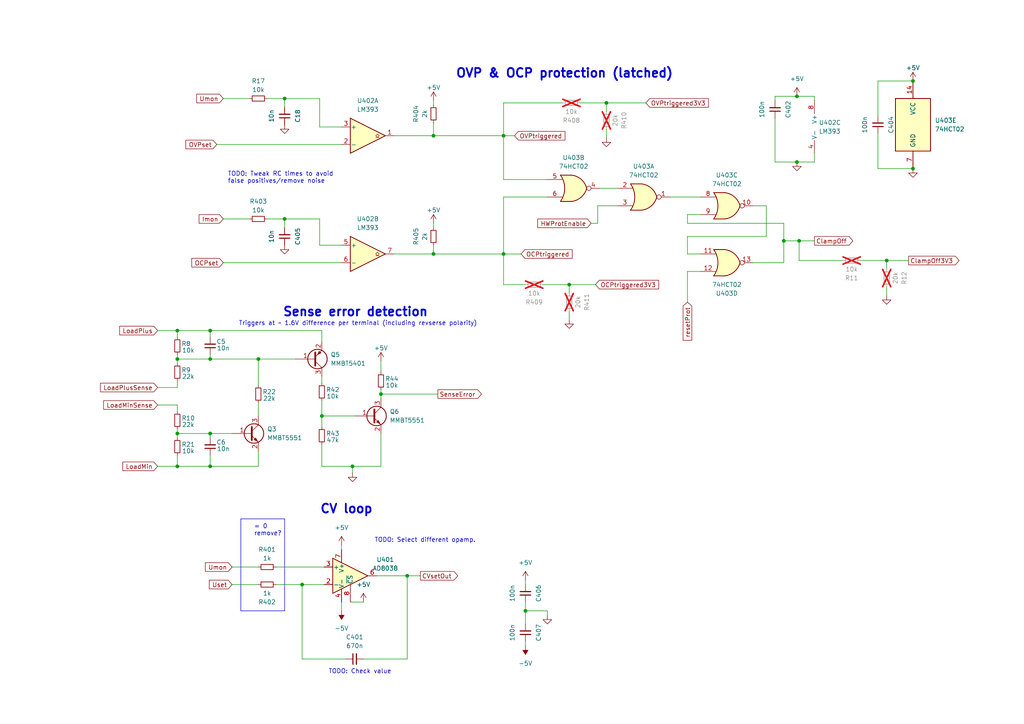
<source format=kicad_sch>
(kicad_sch (version 20230121) (generator eeschema)
  (paper "A4")
  (title_block (title "Electronic Load Analog Test Board") (date "2024-02-06") (rev "${VERSION}") (comment 1 "License: CERN-OHL-W-2.0"))
  (lib_symbols
    (symbol "74xx:74HCT02" (pin_names (offset 1.016))
      (property "Reference" "U" (at 0 1.27 0))
      (property "Value" "74HCT02" (at 0 -1.27 0))
      (symbol "74HCT02_1_1"
        (arc (start -3.81 -3.81) (mid -2.589 0) (end -3.81 3.81) (stroke (width 0.254)))
        (arc (start -0.6096 -3.81) (mid 2.1842 -2.5851) (end 3.81 0) (stroke (width 0.254)) (fill (type background)))
        (polyline (pts (xy -3.81 -3.81) (xy -0.635 -3.81)) (stroke (width 0.254)) (fill (type background)))
        (polyline (pts (xy -3.81 3.81) (xy -0.635 3.81)) (stroke (width 0.254)) (fill (type background)))
        (polyline (pts (xy -0.635 3.81) (xy -3.81 3.81) (xy -3.81 3.81) (xy -3.556 3.4036) (xy -3.0226 2.2606) (xy -2.6924 1.0414) (xy -2.6162 -0.254) (xy -2.7686 -1.4986) (xy -3.175 -2.7178) (xy -3.81 -3.81) (xy -3.81 -3.81) (xy -0.635 -3.81)) (stroke (width -25.4)) (fill (type background)))
        (arc (start 3.81 0) (mid 2.1915 2.5936) (end -0.6096 3.81) (stroke (width 0.254)) (fill (type background)))
        (pin output inverted (at 7.62 0 180) (length 3.81) (name "~") (number "1"))
        (pin input line (at -7.62 2.54 0) (length 4.318) (name "~") (number "2"))
        (pin input line (at -7.62 -2.54 0) (length 4.318) (name "~") (number "3"))
      )
      (symbol "74HCT02_1_2"
        (arc (start 0 -3.81) (mid 3.7934 0) (end 0 3.81) (stroke (width 0.254)) (fill (type background)))
        (polyline (pts (xy 0 3.81) (xy -3.81 3.81) (xy -3.81 -3.81) (xy 0 -3.81)) (stroke (width 0.254)) (fill (type background)))
        (pin output line (at 7.62 0 180) (length 3.81) (name "~") (number "1"))
        (pin input inverted (at -7.62 2.54 0) (length 3.81) (name "~") (number "2"))
        (pin input inverted (at -7.62 -2.54 0) (length 3.81) (name "~") (number "3"))
      )
      (symbol "74HCT02_2_1"
        (arc (start -3.81 -3.81) (mid -2.589 0) (end -3.81 3.81) (stroke (width 0.254)))
        (arc (start -0.6096 -3.81) (mid 2.1842 -2.5851) (end 3.81 0) (stroke (width 0.254)) (fill (type background)))
        (polyline (pts (xy -3.81 -3.81) (xy -0.635 -3.81)) (stroke (width 0.254)) (fill (type background)))
        (polyline (pts (xy -3.81 3.81) (xy -0.635 3.81)) (stroke (width 0.254)) (fill (type background)))
        (polyline (pts (xy -0.635 3.81) (xy -3.81 3.81) (xy -3.81 3.81) (xy -3.556 3.4036) (xy -3.0226 2.2606) (xy -2.6924 1.0414) (xy -2.6162 -0.254) (xy -2.7686 -1.4986) (xy -3.175 -2.7178) (xy -3.81 -3.81) (xy -3.81 -3.81) (xy -0.635 -3.81)) (stroke (width -25.4)) (fill (type background)))
        (arc (start 3.81 0) (mid 2.1915 2.5936) (end -0.6096 3.81) (stroke (width 0.254)) (fill (type background)))
        (pin output inverted (at 7.62 0 180) (length 3.81) (name "~") (number "4"))
        (pin input line (at -7.62 2.54 0) (length 4.318) (name "~") (number "5"))
        (pin input line (at -7.62 -2.54 0) (length 4.318) (name "~") (number "6"))
      )
      (symbol "74HCT02_2_2"
        (arc (start 0 -3.81) (mid 3.7934 0) (end 0 3.81) (stroke (width 0.254)) (fill (type background)))
        (polyline (pts (xy 0 3.81) (xy -3.81 3.81) (xy -3.81 -3.81) (xy 0 -3.81)) (stroke (width 0.254)) (fill (type background)))
        (pin output line (at 7.62 0 180) (length 3.81) (name "~") (number "4"))
        (pin input inverted (at -7.62 2.54 0) (length 3.81) (name "~") (number "5"))
        (pin input inverted (at -7.62 -2.54 0) (length 3.81) (name "~") (number "6"))
      )
      (symbol "74HCT02_3_1"
        (arc (start -3.81 -3.81) (mid -2.589 0) (end -3.81 3.81) (stroke (width 0.254)))
        (arc (start -0.6096 -3.81) (mid 2.1842 -2.5851) (end 3.81 0) (stroke (width 0.254)) (fill (type background)))
        (polyline (pts (xy -3.81 -3.81) (xy -0.635 -3.81)) (stroke (width 0.254)) (fill (type background)))
        (polyline (pts (xy -3.81 3.81) (xy -0.635 3.81)) (stroke (width 0.254)) (fill (type background)))
        (polyline (pts (xy -0.635 3.81) (xy -3.81 3.81) (xy -3.81 3.81) (xy -3.556 3.4036) (xy -3.0226 2.2606) (xy -2.6924 1.0414) (xy -2.6162 -0.254) (xy -2.7686 -1.4986) (xy -3.175 -2.7178) (xy -3.81 -3.81) (xy -3.81 -3.81) (xy -0.635 -3.81)) (stroke (width -25.4)) (fill (type background)))
        (arc (start 3.81 0) (mid 2.1915 2.5936) (end -0.6096 3.81) (stroke (width 0.254)) (fill (type background)))
        (pin output inverted (at 7.62 0 180) (length 3.81) (name "~") (number "10"))
        (pin input line (at -7.62 2.54 0) (length 4.318) (name "~") (number "8"))
        (pin input line (at -7.62 -2.54 0) (length 4.318) (name "~") (number "9"))
      )
      (symbol "74HCT02_3_2"
        (arc (start 0 -3.81) (mid 3.7934 0) (end 0 3.81) (stroke (width 0.254)) (fill (type background)))
        (polyline (pts (xy 0 3.81) (xy -3.81 3.81) (xy -3.81 -3.81) (xy 0 -3.81)) (stroke (width 0.254)) (fill (type background)))
        (pin output line (at 7.62 0 180) (length 3.81) (name "~") (number "10"))
        (pin input inverted (at -7.62 2.54 0) (length 3.81) (name "~") (number "8"))
        (pin input inverted (at -7.62 -2.54 0) (length 3.81) (name "~") (number "9"))
      )
      (symbol "74HCT02_4_1"
        (arc (start -3.81 -3.81) (mid -2.589 0) (end -3.81 3.81) (stroke (width 0.254)))
        (arc (start -0.6096 -3.81) (mid 2.1842 -2.5851) (end 3.81 0) (stroke (width 0.254)) (fill (type background)))
        (polyline (pts (xy -3.81 -3.81) (xy -0.635 -3.81)) (stroke (width 0.254)) (fill (type background)))
        (polyline (pts (xy -3.81 3.81) (xy -0.635 3.81)) (stroke (width 0.254)) (fill (type background)))
        (polyline (pts (xy -0.635 3.81) (xy -3.81 3.81) (xy -3.81 3.81) (xy -3.556 3.4036) (xy -3.0226 2.2606) (xy -2.6924 1.0414) (xy -2.6162 -0.254) (xy -2.7686 -1.4986) (xy -3.175 -2.7178) (xy -3.81 -3.81) (xy -3.81 -3.81) (xy -0.635 -3.81)) (stroke (width -25.4)) (fill (type background)))
        (arc (start 3.81 0) (mid 2.1915 2.5936) (end -0.6096 3.81) (stroke (width 0.254)) (fill (type background)))
        (pin input line (at -7.62 2.54 0) (length 4.318) (name "~") (number "11"))
        (pin input line (at -7.62 -2.54 0) (length 4.318) (name "~") (number "12"))
        (pin output inverted (at 7.62 0 180) (length 3.81) (name "~") (number "13"))
      )
      (symbol "74HCT02_4_2"
        (arc (start 0 -3.81) (mid 3.7934 0) (end 0 3.81) (stroke (width 0.254)) (fill (type background)))
        (polyline (pts (xy 0 3.81) (xy -3.81 3.81) (xy -3.81 -3.81) (xy 0 -3.81)) (stroke (width 0.254)) (fill (type background)))
        (pin input inverted (at -7.62 2.54 0) (length 3.81) (name "~") (number "11"))
        (pin input inverted (at -7.62 -2.54 0) (length 3.81) (name "~") (number "12"))
        (pin output line (at 7.62 0 180) (length 3.81) (name "~") (number "13"))
      )
      (symbol "74HCT02_5_0"
        (pin power_in line (at 0 12.7 270) (length 5.08) (name "VCC") (number "14"))
        (pin power_in line (at 0 -12.7 90) (length 5.08) (name "GND") (number "7"))
      )
      (symbol "74HCT02_5_1"
        (rectangle (start -5.08 7.62) (end 5.08 -7.62) (stroke (width 0.254)) (fill (type background)))
      )
    )
    (symbol "Amplifier_Operational:MCP603-xSN" (pin_names (offset 0.127))
      (property "Reference" "U" (at 0 6.35 0))
      (property "Value" "MCP603-xSN" (at 0 3.81 0))
      (symbol "MCP603-xSN_0_1"
        (polyline (pts (xy -5.08 5.08) (xy 5.08 0) (xy -5.08 -5.08) (xy -5.08 5.08)) (stroke (width 0.254)) (fill (type background)))
      )
      (symbol "MCP603-xSN_1_1"
        (pin no_connect line (at 0 -2.54 90) (length 2.54) hide (name "NC") (number "1"))
        (pin input line (at -7.62 -2.54 0) (length 2.54) (name "-") (number "2"))
        (pin input line (at -7.62 2.54 0) (length 2.54) (name "+") (number "3"))
        (pin power_in line (at -2.54 -7.62 90) (length 3.81) (name "V-") (number "4"))
        (pin no_connect line (at -2.54 -2.54 90) (length 2.54) hide (name "NC") (number "5"))
        (pin output line (at 7.62 0 180) (length 2.54) (name "~") (number "6"))
        (pin power_in line (at -2.54 7.62 270) (length 3.81) (name "V+") (number "7"))
        (pin input line (at 0 -7.62 90) (length 5.08) (name "~{CS}") (number "8"))
      )
    )
    (symbol "Comparator:LM393" (pin_names (offset 0.127))
      (property "Reference" "U" (at 3.81 3.81 0))
      (property "Value" "LM393" (at 6.35 -3.81 0))
      (symbol "LM393_1_1"
        (polyline (pts (xy -5.08 5.08) (xy 5.08 0) (xy -5.08 -5.08) (xy -5.08 5.08)) (stroke (width 0.254)) (fill (type background)))
        (polyline (pts (xy 3.302 -0.508) (xy 2.794 -0.508) (xy 3.302 0) (xy 2.794 0.508) (xy 2.286 0) (xy 2.794 -0.508) (xy 2.286 -0.508)) (stroke (width 0.127)))
        (pin open_collector line (at 7.62 0 180) (length 2.54) (name "~") (number "1"))
        (pin input line (at -7.62 -2.54 0) (length 2.54) (name "-") (number "2"))
        (pin input line (at -7.62 2.54 0) (length 2.54) (name "+") (number "3"))
      )
      (symbol "LM393_2_1"
        (polyline (pts (xy -5.08 5.08) (xy 5.08 0) (xy -5.08 -5.08) (xy -5.08 5.08)) (stroke (width 0.254)) (fill (type background)))
        (polyline (pts (xy 3.302 -0.508) (xy 2.794 -0.508) (xy 3.302 0) (xy 2.794 0.508) (xy 2.286 0) (xy 2.794 -0.508) (xy 2.286 -0.508)) (stroke (width 0.127)))
        (pin input line (at -7.62 2.54 0) (length 2.54) (name "+") (number "5"))
        (pin input line (at -7.62 -2.54 0) (length 2.54) (name "-") (number "6"))
        (pin open_collector line (at 7.62 0 180) (length 2.54) (name "~") (number "7"))
      )
      (symbol "LM393_3_1"
        (pin power_in line (at -2.54 -7.62 90) (length 3.81) (name "V-") (number "4"))
        (pin power_in line (at -2.54 7.62 270) (length 3.81) (name "V+") (number "8"))
      )
    )
    (symbol "Device:C_Small" (pin_numbers hide) (pin_names (offset 0.254) hide)
      (property "Reference" "C" (at 0.254 1.778 0))
      (property "Value" "C_Small" (at 0.254 -2.032 0))
      (symbol "C_Small_0_1"
        (polyline (pts (xy -1.524 -0.508) (xy 1.524 -0.508)) (stroke (width 0.3302)))
        (polyline (pts (xy -1.524 0.508) (xy 1.524 0.508)) (stroke (width 0.3048)))
      )
      (symbol "C_Small_1_1"
        (pin passive line (at 0 2.54 270) (length 2.032) (name "~") (number "1"))
        (pin passive line (at 0 -2.54 90) (length 2.032) (name "~") (number "2"))
      )
    )
    (symbol "Device:R_Small" (pin_numbers hide) (pin_names (offset 0.254) hide)
      (property "Reference" "R" (at 0.762 0.508 0))
      (property "Value" "R_Small" (at 0.762 -1.016 0))
      (symbol "R_Small_0_1"
        (rectangle (start -0.762 1.778) (end 0.762 -1.778) (stroke (width 0.2032)))
      )
      (symbol "R_Small_1_1"
        (pin passive line (at 0 2.54 270) (length 0.762) (name "~") (number "1"))
        (pin passive line (at 0 -2.54 90) (length 0.762) (name "~") (number "2"))
      )
    )
    (symbol "EL-Load:MMBT5401" (pin_names (offset 0) hide)
      (property "Reference" "Q" (at 5.08 1.905 0))
      (property "Value" "MMMBT5401" (at 5.08 0 0))
      (symbol "MMBT5401_0_1"
        (polyline (pts (xy 0.635 0.635) (xy 2.54 2.54)))
        (polyline (pts (xy 0.635 -0.635) (xy 2.54 -2.54) (xy 2.54 -2.54)))
        (polyline (pts (xy 0.635 1.905) (xy 0.635 -1.905) (xy 0.635 -1.905)) (stroke (width 0.508)))
        (polyline (pts (xy 2.286 -1.778) (xy 1.778 -2.286) (xy 1.27 -1.27) (xy 2.286 -1.778) (xy 2.286 -1.778)) (fill (type outline)))
        (circle (center 1.27 0) (radius 2.8194) (stroke (width 0.254)))
      )
      (symbol "MMBT5401_1_1"
        (pin input line (at -5.08 0 0) (length 5.715) (name "B") (number "1"))
        (pin passive line (at 2.54 -5.08 90) (length 2.54) (name "E") (number "2"))
        (pin passive line (at 2.54 5.08 270) (length 2.54) (name "C") (number "3"))
      )
    )
    (symbol "EL-Load:MMBT5551" (pin_names (offset 0) hide)
      (property "Reference" "Q" (at 5.08 1.905 0))
      (property "Value" "MMBT5551" (at 5.08 0 0))
      (symbol "MMBT5551_0_1"
        (polyline (pts (xy 0.635 0.635) (xy 2.54 2.54)))
        (polyline (pts (xy 0.635 -0.635) (xy 2.54 -2.54) (xy 2.54 -2.54)))
        (polyline (pts (xy 0.635 1.905) (xy 0.635 -1.905) (xy 0.635 -1.905)) (stroke (width 0.508)))
        (polyline (pts (xy 1.27 -1.778) (xy 1.778 -1.27) (xy 2.286 -2.286) (xy 1.27 -1.778) (xy 1.27 -1.778)) (fill (type outline)))
        (circle (center 1.27 0) (radius 2.8194) (stroke (width 0.254)))
      )
      (symbol "MMBT5551_1_1"
        (pin input line (at -5.08 0 0) (length 5.715) (name "B") (number "1"))
        (pin passive line (at 2.54 -5.08 90) (length 2.54) (name "E") (number "2"))
        (pin passive line (at 2.54 5.08 270) (length 2.54) (name "C") (number "3"))
      )
    )
    (symbol "power:+5V" (power) (pin_names (offset 0))
      (property "Value" "+5V" (at 0 3.556 0))
      (symbol "+5V_0_1"
        (polyline (pts (xy -0.762 1.27) (xy 0 2.54)))
        (polyline (pts (xy 0 0) (xy 0 2.54)))
        (polyline (pts (xy 0 2.54) (xy 0.762 1.27)))
      )
      (symbol "+5V_1_1"
        (pin power_in line (at 0 0 90) (length 0) hide (name "+5V") (number "1"))
      )
    )
    (symbol "power:-5V" (power) (pin_names (offset 0))
      (property "Value" "-5V" (at 0 3.81 0))
      (symbol "-5V_0_0"
        (pin power_in line (at 0 0 90) (length 0) hide (name "-5V") (number "1"))
      )
      (symbol "-5V_0_1"
        (polyline (pts (xy 0 0) (xy 0 1.27) (xy 0.762 1.27) (xy 0 2.54) (xy -0.762 1.27) (xy 0 1.27)) (fill (type outline)))
      )
    )
    (symbol "power:GND" (power) (pin_names (offset 0))
      (property "Value" "GND" (at 0 -3.81 0))
      (symbol "GND_0_1"
        (polyline (pts (xy 0 0) (xy 0 -1.27) (xy 1.27 -1.27) (xy 0 -2.54) (xy -1.27 -1.27) (xy 0 -1.27)))
      )
      (symbol "GND_1_1"
        (pin power_in line (at 0 0 270) (length 0) hide (name "GND") (number "1"))
      )
    )
  )
  (junction (at 231.14 46.99))
  (junction (at 257.175 75.565))
  (junction (at 51.435 104.14))
  (junction (at 146.05 73.66))
  (junction (at 51.435 95.885))
  (junction (at 60.96 104.14))
  (junction (at 60.96 135.255))
  (junction (at 165.1 82.55))
  (junction (at 51.435 125.73))
  (junction (at 227.33 69.85))
  (junction (at 82.55 63.5))
  (junction (at 60.96 125.73))
  (junction (at 146.05 39.37))
  (junction (at 82.55 28.575))
  (junction (at 125.73 73.66))
  (junction (at 231.14 27.94))
  (junction (at 125.73 39.37))
  (junction (at 87.63 169.545))
  (junction (at 175.895 29.845))
  (junction (at 264.795 48.895))
  (junction (at 102.235 135.255))
  (junction (at 110.49 114.3))
  (junction (at 51.435 135.255))
  (junction (at 60.96 95.885))
  (junction (at 231.775 69.85))
  (junction (at 74.93 104.14))
  (junction (at 118.11 167.005))
  (junction (at 93.345 120.65))
  (junction (at 152.4 177.165))
  (junction (at 264.795 23.495))
  (polyline (pts (xy 69.85 150.495) (xy 82.55 150.495)))
  (wire (pts (xy 231.14 46.99) (xy 236.22 46.99)))
  (wire (pts (xy 199.39 73.66) (xy 203.2 73.66)))
  (wire (pts (xy 80.01 164.465) (xy 93.98 164.465)))
  (wire (pts (xy 92.71 63.5) (xy 92.71 71.12)))
  (wire (pts (xy 99.06 174.625) (xy 99.06 177.165)))
  (wire (pts (xy 249.555 75.565) (xy 257.175 75.565)))
  (wire (pts (xy 146.05 73.66) (xy 146.05 82.55)))
  (wire (pts (xy 224.79 34.29) (xy 224.79 46.99)))
  (wire (pts (xy 110.49 114.3) (xy 127 114.3)))
  (wire (pts (xy 74.93 135.255) (xy 60.96 135.255)))
  (wire (pts (xy 74.93 104.14) (xy 74.93 111.76)))
  (wire (pts (xy 173.355 64.77) (xy 171.45 64.77)))
  (wire (pts (xy 199.39 78.74) (xy 199.39 87.63)))
  (wire (pts (xy 152.4 169.545) (xy 152.4 168.275)))
  (wire (pts (xy 218.44 76.2) (xy 227.33 76.2)))
  (wire (pts (xy 105.41 191.135) (xy 118.11 191.135)))
  (wire (pts (xy 67.31 164.465) (xy 74.93 164.465)))
  (wire (pts (xy 163.195 29.845) (xy 146.05 29.845)))
  (wire (pts (xy 99.06 36.83) (xy 92.71 36.83)))
  (wire (pts (xy 236.22 27.94) (xy 236.22 29.21)))
  (wire (pts (xy 93.345 120.65) (xy 102.87 120.65)))
  (wire (pts (xy 231.775 75.565) (xy 231.775 69.85)))
  (wire (pts (xy 74.93 104.14) (xy 85.725 104.14)))
  (wire (pts (xy 244.475 75.565) (xy 231.775 75.565)))
  (wire (pts (xy 114.3 39.37) (xy 125.73 39.37)))
  (wire (pts (xy 146.05 39.37) (xy 146.05 52.07)))
  (wire (pts (xy 74.93 116.84) (xy 74.93 120.65)))
  (wire (pts (xy 224.79 27.94) (xy 231.14 27.94)))
  (wire (pts (xy 77.47 63.5) (xy 82.55 63.5)))
  (wire (pts (xy 199.39 68.58) (xy 199.39 73.66)))
  (wire (pts (xy 165.1 85.09) (xy 165.1 82.55)))
  (wire (pts (xy 114.3 73.66) (xy 125.73 73.66)))
  (wire (pts (xy 93.345 128.905) (xy 93.345 135.255)))
  (polyline (pts (xy 82.55 177.165) (xy 82.55 150.495)))
  (wire (pts (xy 87.63 191.135) (xy 100.33 191.135)))
  (wire (pts (xy 64.77 63.5) (xy 72.39 63.5)))
  (wire (pts (xy 199.39 78.74) (xy 203.2 78.74)))
  (wire (pts (xy 64.77 28.575) (xy 72.39 28.575)))
  (wire (pts (xy 224.79 46.99) (xy 231.14 46.99)))
  (wire (pts (xy 51.435 95.885) (xy 51.435 97.79)))
  (wire (pts (xy 264.795 23.495) (xy 254.635 23.495)))
  (wire (pts (xy 51.435 124.46) (xy 51.435 125.73)))
  (wire (pts (xy 125.73 73.66) (xy 146.05 73.66)))
  (wire (pts (xy 218.44 59.69) (xy 222.25 59.69)))
  (wire (pts (xy 102.235 135.255) (xy 93.345 135.255)))
  (wire (pts (xy 92.71 36.83) (xy 92.71 28.575)))
  (wire (pts (xy 125.73 29.21) (xy 125.73 30.48)))
  (wire (pts (xy 67.31 169.545) (xy 74.93 169.545)))
  (wire (pts (xy 101.6 174.625) (xy 105.41 174.625)))
  (wire (pts (xy 45.72 117.475) (xy 51.435 117.475)))
  (wire (pts (xy 152.4 177.165) (xy 158.75 177.165)))
  (wire (pts (xy 152.4 82.55) (xy 146.05 82.55)))
  (wire (pts (xy 146.05 39.37) (xy 149.225 39.37)))
  (wire (pts (xy 118.11 167.005) (xy 109.22 167.005)))
  (wire (pts (xy 93.345 109.22) (xy 93.345 111.125)))
  (wire (pts (xy 152.4 174.625) (xy 152.4 177.165)))
  (wire (pts (xy 224.79 29.21) (xy 224.79 27.94)))
  (wire (pts (xy 165.1 82.55) (xy 172.72 82.55)))
  (wire (pts (xy 51.435 117.475) (xy 51.435 119.38)))
  (wire (pts (xy 51.435 110.49) (xy 51.435 112.395)))
  (wire (pts (xy 125.73 39.37) (xy 146.05 39.37)))
  (wire (pts (xy 173.355 59.69) (xy 173.355 64.77)))
  (wire (pts (xy 93.345 116.205) (xy 93.345 120.65)))
  (wire (pts (xy 87.63 169.545) (xy 93.98 169.545)))
  (wire (pts (xy 227.33 69.85) (xy 231.775 69.85)))
  (wire (pts (xy 60.96 135.255) (xy 51.435 135.255)))
  (wire (pts (xy 99.06 158.115) (xy 99.06 159.385)))
  (wire (pts (xy 231.775 69.85) (xy 236.22 69.85)))
  (wire (pts (xy 60.96 97.79) (xy 60.96 95.885)))
  (wire (pts (xy 62.865 41.91) (xy 99.06 41.91)))
  (wire (pts (xy 45.72 112.395) (xy 51.435 112.395)))
  (wire (pts (xy 110.49 113.03) (xy 110.49 114.3)))
  (wire (pts (xy 158.75 178.435) (xy 158.75 177.165)))
  (wire (pts (xy 82.55 28.575) (xy 82.55 31.115)))
  (wire (pts (xy 157.48 82.55) (xy 165.1 82.55)))
  (wire (pts (xy 173.355 59.69) (xy 179.07 59.69)))
  (wire (pts (xy 146.05 57.15) (xy 146.05 73.66)))
  (wire (pts (xy 60.96 104.14) (xy 74.93 104.14)))
  (wire (pts (xy 92.71 71.12) (xy 99.06 71.12)))
  (wire (pts (xy 125.73 71.12) (xy 125.73 73.66)))
  (wire (pts (xy 118.11 167.005) (xy 121.92 167.005)))
  (wire (pts (xy 82.55 63.5) (xy 92.71 63.5)))
  (wire (pts (xy 146.05 73.66) (xy 151.13 73.66)))
  (wire (pts (xy 257.175 83.185) (xy 257.175 85.725)))
  (wire (pts (xy 146.05 52.07) (xy 158.75 52.07)))
  (wire (pts (xy 175.895 32.385) (xy 175.895 29.845)))
  (wire (pts (xy 146.05 29.845) (xy 146.05 39.37)))
  (wire (pts (xy 125.73 35.56) (xy 125.73 39.37)))
  (wire (pts (xy 227.33 69.85) (xy 227.33 64.77)))
  (wire (pts (xy 227.33 76.2) (xy 227.33 69.85)))
  (wire (pts (xy 74.93 130.81) (xy 74.93 135.255)))
  (wire (pts (xy 257.175 78.105) (xy 257.175 75.565)))
  (wire (pts (xy 60.96 125.73) (xy 51.435 125.73)))
  (wire (pts (xy 110.49 135.255) (xy 102.235 135.255)))
  (wire (pts (xy 173.99 54.61) (xy 179.07 54.61)))
  (wire (pts (xy 60.96 125.73) (xy 67.31 125.73)))
  (wire (pts (xy 125.73 64.77) (xy 125.73 66.04)))
  (wire (pts (xy 168.275 29.845) (xy 175.895 29.845)))
  (wire (pts (xy 175.895 37.465) (xy 175.895 40.005)))
  (wire (pts (xy 51.435 125.73) (xy 51.435 127)))
  (wire (pts (xy 227.33 64.77) (xy 199.39 64.77)))
  (wire (pts (xy 82.55 63.5) (xy 82.55 66.04)))
  (wire (pts (xy 51.435 104.14) (xy 51.435 105.41)))
  (wire (pts (xy 158.75 57.15) (xy 146.05 57.15)))
  (wire (pts (xy 236.22 44.45) (xy 236.22 46.99)))
  (wire (pts (xy 222.25 68.58) (xy 199.39 68.58)))
  (wire (pts (xy 80.01 169.545) (xy 87.63 169.545)))
  (wire (pts (xy 110.49 114.3) (xy 110.49 115.57)))
  (wire (pts (xy 152.4 177.165) (xy 152.4 180.975)))
  (wire (pts (xy 60.96 102.87) (xy 60.96 104.14)))
  (wire (pts (xy 110.49 125.73) (xy 110.49 135.255)))
  (wire (pts (xy 254.635 38.735) (xy 254.635 48.895)))
  (wire (pts (xy 93.345 95.885) (xy 60.96 95.885)))
  (wire (pts (xy 165.1 90.17) (xy 165.1 92.71)))
  (wire (pts (xy 64.77 76.2) (xy 99.06 76.2)))
  (wire (pts (xy 93.345 120.65) (xy 93.345 123.825)))
  (wire (pts (xy 254.635 23.495) (xy 254.635 33.655)))
  (wire (pts (xy 194.31 57.15) (xy 203.2 57.15)))
  (wire (pts (xy 257.175 75.565) (xy 263.525 75.565)))
  (wire (pts (xy 60.96 95.885) (xy 51.435 95.885)))
  (wire (pts (xy 60.96 125.73) (xy 60.96 127)))
  (wire (pts (xy 231.14 27.94) (xy 236.22 27.94)))
  (wire (pts (xy 199.39 62.23) (xy 203.2 62.23)))
  (wire (pts (xy 51.435 95.885) (xy 45.72 95.885)))
  (wire (pts (xy 93.345 99.06) (xy 93.345 95.885)))
  (wire (pts (xy 110.49 104.775) (xy 110.49 107.95)))
  (polyline (pts (xy 69.85 177.165) (xy 82.55 177.165)))
  (wire (pts (xy 175.895 29.845) (xy 187.325 29.845)))
  (wire (pts (xy 87.63 169.545) (xy 87.63 191.135)))
  (wire (pts (xy 264.795 48.895) (xy 254.635 48.895)))
  (wire (pts (xy 51.435 102.87) (xy 51.435 104.14)))
  (wire (pts (xy 118.11 191.135) (xy 118.11 167.005)))
  (polyline (pts (xy 69.85 150.495) (xy 69.85 177.165)))
  (wire (pts (xy 60.96 104.14) (xy 51.435 104.14)))
  (wire (pts (xy 222.25 59.69) (xy 222.25 68.58)))
  (wire (pts (xy 51.435 132.08) (xy 51.435 135.255)))
  (wire (pts (xy 92.71 28.575) (xy 82.55 28.575)))
  (wire (pts (xy 152.4 186.055) (xy 152.4 187.325)))
  (wire (pts (xy 102.235 135.255) (xy 102.235 137.16)))
  (wire (pts (xy 51.435 135.255) (xy 45.72 135.255)))
  (wire (pts (xy 60.96 132.08) (xy 60.96 135.255)))
  (wire (pts (xy 199.39 64.77) (xy 199.39 62.23)))
  (wire (pts (xy 77.47 28.575) (xy 82.55 28.575)))
  (text "TODO: Tweak RC times to avoid \nfalse positives/remove noise" (at 66.04 53.34 0) (effects (font (size 1.27 1.27)) (justify left bottom)))
  (text "TODO: Select different opamp." (at 108.585 157.48 0) (effects (font (size 1.27 1.27)) (justify left bottom)))
  (text "TODO: Check value" (at 95.25 195.58 0) (effects (font (size 1.27 1.27)) (justify left bottom)))
  (text "Triggers at ~ 1.6V difference per terminal (including revserse polarity)" (at 69.215 94.615 0) (effects (font (size 1.27 1.27)) (justify left bottom)))
  (text "OVP & OCP protection (latched)" (at 132.08 22.86 0) (effects (font (size 2.54 2.54) (thickness 0.508) bold) (justify left bottom)))
  (text "Sense error detection" (at 81.915 92.075 0) (effects (font (size 2.54 2.54) (thickness 0.508) bold) (justify left bottom)))
  (text "CV loop" (at 92.71 149.225 0) (effects (font (size 2.54 2.54) (thickness 0.508) bold) (justify left bottom)))
  (text "= 0\nremove?" (at 73.66 155.575 0) (effects (font (size 1.27 1.27)) (justify left bottom)))
  (global_label "LoadMin" (shape input) (at 45.72 135.255 180) (property "Intersheetrefs" "${INTERSHEET_REFS}" (effects hide)))
  (global_label "OCPset" (shape input) (at 64.77 76.2 180) (property "Intersheetrefs" "${INTERSHEET_REFS}" (effects hide)))
  (global_label "Uset" (shape input) (at 67.31 169.545 180) (property "Intersheetrefs" "${INTERSHEET_REFS}" (effects hide)))
  (global_label "Umon" (shape input) (at 67.31 164.465 180) (property "Intersheetrefs" "${INTERSHEET_REFS}" (effects hide)))
  (global_label "LoadPlus" (shape input) (at 45.72 95.885 180) (property "Intersheetrefs" "${INTERSHEET_REFS}" (effects hide)))
  (global_label "resetProt" (shape input) (at 199.39 87.63 270) (property "Intersheetrefs" "${INTERSHEET_REFS}" (effects hide)))
  (global_label "ClampOff" (shape output) (at 236.22 69.85 0) (property "Intersheetrefs" "${INTERSHEET_REFS}" (effects hide)))
  (global_label "OVPtriggered3V3" (shape input) (at 187.325 29.845 0) (property "Intersheetrefs" "${INTERSHEET_REFS}" (effects hide)))
  (global_label "Umon" (shape input) (at 64.77 28.575 180) (property "Intersheetrefs" "${INTERSHEET_REFS}" (effects hide)))
  (global_label "OCPtriggered3V3" (shape input) (at 172.72 82.55 0) (property "Intersheetrefs" "${INTERSHEET_REFS}" (effects hide)))
  (global_label "OVPset" (shape input) (at 62.865 41.91 180) (property "Intersheetrefs" "${INTERSHEET_REFS}" (effects hide)))
  (global_label "OVPtriggered" (shape input) (at 149.225 39.37 0) (property "Intersheetrefs" "${INTERSHEET_REFS}" (effects hide)))
  (global_label "ClampOff3V3" (shape output) (at 263.525 75.565 0) (property "Intersheetrefs" "${INTERSHEET_REFS}" (effects hide)))
  (global_label "Imon" (shape input) (at 64.77 63.5 180) (property "Intersheetrefs" "${INTERSHEET_REFS}" (effects hide)))
  (global_label "LoadMinSense" (shape input) (at 45.72 117.475 180) (property "Intersheetrefs" "${INTERSHEET_REFS}" (effects hide)))
  (global_label "SenseError" (shape output) (at 127 114.3 0) (property "Intersheetrefs" "${INTERSHEET_REFS}" (effects hide)))
  (global_label "HWProtEnable" (shape input) (at 171.45 64.77 180) (property "Intersheetrefs" "${INTERSHEET_REFS}" (effects hide)))
  (global_label "LoadPlusSense" (shape input) (at 45.72 112.395 180) (property "Intersheetrefs" "${INTERSHEET_REFS}" (effects hide)))
  (global_label "OCPtriggered" (shape input) (at 151.13 73.66 0) (property "Intersheetrefs" "${INTERSHEET_REFS}" (effects hide)))
  (global_label "CVsetOut" (shape output) (at 121.92 167.005 0) (property "Intersheetrefs" "${INTERSHEET_REFS}" (effects hide)))
  (symbol (lib_id "Amplifier_Operational:MCP603-xSN") (at 101.6 167.005 0) (unit 1)
    (property "Reference" "U401" (at 111.76 162.306 0))
    (property "Value" "AD8038" (at 111.76 164.846 0))
    (property "Footprint" "Package_SO:SOIC-8_3.9x4.9mm_P1.27mm" (effects hide))
    (property "Part Name" "U_AD8038ARZ " (effects hide))
  )
  (symbol (lib_id "Device:R_Small") (at 51.435 100.33 180) (unit 1)
    (property "Reference" "R8" (at 53.975 99.695 0))
    (property "Value" "10k" (at 54.61 101.6 0))
    (property "Footprint" "Resistor_SMD:R_0805_2012Metric" (effects hide))
    (property "Part Name" "R_10.0kΩ_0805_1%" (effects hide))
  )
  (symbol (lib_id "Device:R_Small") (at 175.895 34.925 0) (unit 1) (in_bom no) (on_board no) (dnp yes)
    (property "Reference" "R410" (at 180.975 34.925 90))
    (property "Value" "20k" (at 178.435 34.925 90))
    (property "Footprint" "Resistor_SMD:R_0805_2012Metric" (effects hide))
    (property "Part Name" "R_20.0kΩ_0805_1%" (effects hide))
  )
  (symbol (lib_id "Device:R_Small") (at 154.94 82.55 270) (unit 1) (in_bom no) (on_board no) (dnp yes)
    (property "Reference" "R409" (at 154.94 87.63 90))
    (property "Value" "10k" (at 154.94 85.09 90))
    (property "Footprint" "Resistor_SMD:R_0805_2012Metric" (effects hide))
    (property "Part Name" "R_10.0kΩ_0805_1%" (effects hide))
  )
  (symbol (lib_id "power:+5V") (at 99.06 158.115 0) (unit 1)
    (property "Reference" "#PWR0401" (effects hide))
    (property "Value" "+5V" (at 99.06 153.035 0))
  )
  (symbol (lib_id "Device:C_Small") (at 224.79 31.75 180) (unit 1)
    (property "Reference" "C402" (at 228.6 31.75 90))
    (property "Value" "100n" (at 220.98 31.7437 90))
    (property "Footprint" "Capacitor_SMD:C_0805_2012Metric" (effects hide))
    (property "Part Name" "C_100.0nF_0805_20%" (effects hide))
  )
  (symbol (lib_id "Device:R_Small") (at 51.435 107.95 180) (unit 1)
    (property "Reference" "R9" (at 53.975 107.315 0))
    (property "Value" "22k" (at 54.61 109.22 0))
    (property "Footprint" "Resistor_SMD:R_0805_2012Metric" (effects hide))
    (property "Part Name" "R_22.0kΩ_0805_1%" (effects hide))
  )
  (symbol (lib_id "Device:C_Small") (at 102.87 191.135 90) (unit 1)
    (property "Reference" "C401" (at 102.8763 184.785 90))
    (property "Value" "670n" (at 102.8763 187.325 90))
    (property "Footprint" "Capacitor_SMD:C_0805_2012Metric" (effects hide))
  )
  (symbol (lib_id "power:GND") (at 231.14 46.99 0) (unit 1)
    (property "Reference" "#PWR0110" (effects hide))
    (property "Value" "GND" (effects hide))
  )
  (symbol (lib_id "Device:R_Small") (at 77.47 169.545 90) (unit 1)
    (property "Reference" "R402" (at 77.47 174.625 90))
    (property "Value" "1k" (at 77.47 172.085 90))
    (property "Footprint" "Resistor_SMD:R_0805_2012Metric" (effects hide))
    (property "Part Name" "R_1.0kΩ_0805_1%" (effects hide))
  )
  (symbol (lib_id "Device:R_Small") (at 77.47 164.465 90) (unit 1)
    (property "Reference" "R401" (at 77.47 159.385 90))
    (property "Value" "1k" (at 77.47 161.925 90))
    (property "Footprint" "Resistor_SMD:R_0805_2012Metric" (effects hide))
    (property "Part Name" "R_1.0kΩ_0805_1%" (effects hide))
  )
  (symbol (lib_id "Device:R_Small") (at 93.345 113.665 180) (unit 1)
    (property "Reference" "R42" (at 96.52 113.03 0))
    (property "Value" "10k" (at 96.52 114.935 0))
    (property "Footprint" "Resistor_SMD:R_0805_2012Metric" (effects hide))
    (property "Part Name" "R_10.0kΩ_0805_1%" (effects hide))
  )
  (symbol (lib_id "Device:C_Small") (at 60.96 100.33 180) (unit 1)
    (property "Reference" "C5" (at 64.135 99.06 0))
    (property "Value" "10n" (at 64.77 100.965 0))
    (property "Footprint" "Capacitor_SMD:C_0805_2012Metric" (effects hide))
    (property "Part Name" "C_10.0nF_0805_20%" (effects hide))
  )
  (symbol (lib_id "power:+5V") (at 152.4 168.275 0) (unit 1)
    (property "Reference" "#PWR0115" (effects hide))
    (property "Value" "+5V" (at 152.4 163.195 0))
  )
  (symbol (lib_id "Device:R_Small") (at 257.175 80.645 0) (unit 1) (in_bom no) (on_board no) (dnp yes)
    (property "Reference" "R12" (at 262.255 80.645 90))
    (property "Value" "20k" (at 259.715 80.645 90))
    (property "Footprint" "Resistor_SMD:R_0805_2012Metric" (effects hide))
    (property "Part Name" "R_20.0kΩ_0805_1%" (effects hide))
  )
  (symbol (lib_id "power:+5V") (at 105.41 174.625 0) (unit 1)
    (property "Reference" "#PWR0403" (effects hide))
    (property "Value" "+5V" (at 105.41 169.545 0))
  )
  (symbol (lib_id "Device:C_Small") (at 82.55 33.655 180) (unit 1)
    (property "Reference" "C18" (at 86.36 33.655 90))
    (property "Value" "10n" (at 78.74 33.6487 90))
    (property "Footprint" "Capacitor_SMD:C_0805_2012Metric" (effects hide))
    (property "Part Name" "C_10.0nF_0805_20%" (effects hide))
  )
  (symbol (lib_id "power:+5V") (at 264.795 23.495 0) (unit 1)
    (property "Reference" "#PWR0111" (effects hide))
    (property "Value" "+5V" (at 264.795 19.685 0))
  )
  (symbol (lib_id "Comparator:LM393") (at 106.68 39.37 0) (unit 1)
    (property "Reference" "U402" (at 106.68 29.21 0))
    (property "Value" "LM393" (at 106.68 31.75 0))
    (property "Footprint" "Package_SO:SOIC-8_3.9x4.9mm_P1.27mm" (effects hide))
    (property "Datasheet" "http://www.ti.com/lit/ds/symlink/lm393.pdf" (effects hide))
    (property "Part Name" "U_LM393 " (effects hide))
  )
  (symbol (lib_id "power:+5V") (at 125.73 64.77 0) (unit 1)
    (property "Reference" "#PWR0117" (effects hide))
    (property "Value" "+5V" (at 125.73 60.96 0))
  )
  (symbol (lib_id "74xx:74HCT02") (at 186.69 57.15 0) (unit 1)
    (property "Reference" "U403" (at 186.69 48.26 0))
    (property "Value" "74HCT02" (at 186.69 50.8 0))
    (property "Footprint" "Package_SO:SO-14_3.9x8.65mm_P1.27mm" (effects hide))
    (property "Datasheet" "http://www.ti.com/lit/gpn/sn74hct02" (effects hide))
    (property "Part Name" "U_74HCT02D " (effects hide))
  )
  (symbol (lib_id "Device:C_Small") (at 82.55 68.58 180) (unit 1)
    (property "Reference" "C405" (at 86.36 68.58 90))
    (property "Value" "10n" (at 78.74 68.5737 90))
    (property "Footprint" "Capacitor_SMD:C_0805_2012Metric" (effects hide))
    (property "Part Name" "C_10.0nF_0805_20%" (effects hide))
  )
  (symbol (lib_id "74xx:74HCT02") (at 166.37 54.61 0) (unit 2)
    (property "Reference" "U403" (at 166.37 45.72 0))
    (property "Value" "74HCT02" (at 166.37 48.26 0))
    (property "Footprint" "Package_SO:SO-14_3.9x8.65mm_P1.27mm" (effects hide))
    (property "Datasheet" "http://www.ti.com/lit/gpn/sn74hct02" (effects hide))
    (property "Part Name" "U_74HCT02D " (effects hide))
  )
  (symbol (lib_id "power:GND") (at 102.235 137.16 0) (unit 1)
    (property "Reference" "#PWR010" (effects hide))
    (property "Value" "GND" (effects hide))
  )
  (symbol (lib_id "Device:R_Small") (at 74.93 63.5 90) (unit 1)
    (property "Reference" "R403" (at 74.93 58.42 90))
    (property "Value" "10k" (at 74.93 60.96 90))
    (property "Footprint" "Resistor_SMD:R_0805_2012Metric" (effects hide))
    (property "Part Name" "R_10.0kΩ_0805_1%" (effects hide))
  )
  (symbol (lib_id "power:GND") (at 257.175 85.725 0) (unit 1)
    (property "Reference" "#PWR032" (effects hide))
    (property "Value" "GND" (effects hide))
  )
  (symbol (lib_id "power:-5V") (at 152.4 187.325 180) (unit 1)
    (property "Reference" "#PWR0113" (effects hide))
    (property "Value" "-5V" (at 152.4 192.405 0))
  )
  (symbol (lib_id "Device:C_Small") (at 254.635 36.195 180) (unit 1)
    (property "Reference" "C404" (at 258.445 36.195 90))
    (property "Value" "100n" (at 250.825 36.1887 90))
    (property "Footprint" "Capacitor_SMD:C_0805_2012Metric" (effects hide))
    (property "Part Name" "C_100.0nF_0805_20%" (effects hide))
  )
  (symbol (lib_id "Comparator:LM393") (at 106.68 73.66 0) (unit 2)
    (property "Reference" "U402" (at 106.68 63.5 0))
    (property "Value" "LM393" (at 106.68 66.04 0))
    (property "Footprint" "Package_SO:SOIC-8_3.9x4.9mm_P1.27mm" (effects hide))
    (property "Datasheet" "http://www.ti.com/lit/ds/symlink/lm393.pdf" (effects hide))
    (property "Part Name" "U_LM393 " (effects hide))
  )
  (symbol (lib_id "EL-Load:MMBT5401") (at 90.805 104.14 0) (mirror x) (unit 1)
    (property "Reference" "Q5" (at 95.885 102.87 0) (effects (justify left)))
    (property "Value" "MMBT5401" (at 95.885 105.41 0) (effects (justify left)))
    (property "Footprint" "Package_TO_SOT_SMD:SOT-23" (effects hide))
    (property "Part Name" "Q_MMBT5401" (effects hide))
  )
  (symbol (lib_id "power:GND") (at 264.795 48.895 0) (unit 1)
    (property "Reference" "#PWR0112" (effects hide))
    (property "Value" "GND" (effects hide))
  )
  (symbol (lib_id "power:+5V") (at 231.14 27.94 0) (unit 1)
    (property "Reference" "#PWR0120" (effects hide))
    (property "Value" "+5V" (at 231.14 22.86 0))
  )
  (symbol (lib_id "Device:R_Small") (at 125.73 68.58 180) (unit 1)
    (property "Reference" "R405" (at 120.65 68.58 90))
    (property "Value" "2k" (at 123.19 68.58 90))
    (property "Footprint" "Resistor_SMD:R_0805_2012Metric" (effects hide))
    (property "Part Name" "R_2.0kΩ_0805_1%" (effects hide))
  )
  (symbol (lib_id "Device:R_Small") (at 74.93 28.575 90) (unit 1)
    (property "Reference" "R17" (at 74.93 23.495 90))
    (property "Value" "10k" (at 74.93 26.035 90))
    (property "Footprint" "Resistor_SMD:R_0805_2012Metric" (effects hide))
    (property "Part Name" "R_10.0kΩ_0805_1%" (effects hide))
  )
  (symbol (lib_id "74xx:74HCT02") (at 264.795 36.195 0) (unit 5)
    (property "Reference" "U403" (at 271.145 34.9249 0) (effects (justify left)))
    (property "Value" "74HCT02" (at 271.145 37.4649 0) (effects (justify left)))
    (property "Footprint" "Package_SO:SO-14_3.9x8.65mm_P1.27mm" (effects hide))
    (property "Datasheet" "http://www.ti.com/lit/gpn/sn74hct02" (effects hide))
    (property "Part Name" "U_74HCT02D " (effects hide))
  )
  (symbol (lib_id "power:-5V") (at 99.06 177.165 180) (unit 1)
    (property "Reference" "#PWR0402" (effects hide))
    (property "Value" "-5V" (at 99.06 182.245 0))
  )
  (symbol (lib_id "Device:R_Small") (at 74.93 114.3 180) (unit 1)
    (property "Reference" "R22" (at 78.105 113.665 0))
    (property "Value" "22k" (at 78.105 115.57 0))
    (property "Footprint" "Resistor_SMD:R_0805_2012Metric" (effects hide))
    (property "Part Name" "R_22.0kΩ_0805_1%" (effects hide))
  )
  (symbol (lib_id "Device:C_Small") (at 152.4 172.085 180) (unit 1)
    (property "Reference" "C406" (at 156.21 172.085 90))
    (property "Value" "100n" (at 148.59 172.0787 90))
    (property "Footprint" "Capacitor_SMD:C_0805_2012Metric" (effects hide))
    (property "Part Name" "C_100.0nF_0805_20%" (effects hide))
  )
  (symbol (lib_id "power:+5V") (at 110.49 104.775 0) (unit 1)
    (property "Reference" "#PWR08" (effects hide))
    (property "Value" "+5V" (at 110.49 100.965 0))
  )
  (symbol (lib_id "power:GND") (at 158.75 178.435 0) (unit 1)
    (property "Reference" "#PWR0114" (effects hide))
    (property "Value" "GND" (effects hide))
  )
  (symbol (lib_id "Device:R_Small") (at 125.73 33.02 180) (unit 1)
    (property "Reference" "R404" (at 120.65 33.02 90))
    (property "Value" "2k" (at 123.19 33.02 90))
    (property "Footprint" "Resistor_SMD:R_0805_2012Metric" (effects hide))
    (property "Part Name" "R_2.0kΩ_0805_1%" (effects hide))
  )
  (symbol (lib_id "Device:R_Small") (at 51.435 121.92 180) (unit 1)
    (property "Reference" "R10" (at 54.61 121.285 0))
    (property "Value" "22k" (at 54.61 123.19 0))
    (property "Footprint" "Resistor_SMD:R_0805_2012Metric" (effects hide))
    (property "Part Name" "R_22.0kΩ_0805_1%" (effects hide))
  )
  (symbol (lib_id "Device:R_Small") (at 165.735 29.845 270) (unit 1) (in_bom no) (on_board no) (dnp yes)
    (property "Reference" "R408" (at 165.735 34.925 90))
    (property "Value" "10k" (at 165.735 32.385 90))
    (property "Footprint" "Resistor_SMD:R_0805_2012Metric" (effects hide))
    (property "Part Name" "R_10.0kΩ_0805_1%" (effects hide))
  )
  (symbol (lib_id "Device:R_Small") (at 110.49 110.49 180) (unit 1)
    (property "Reference" "R44" (at 113.665 109.855 0))
    (property "Value" "10k" (at 113.665 111.76 0))
    (property "Footprint" "Resistor_SMD:R_0805_2012Metric" (effects hide))
    (property "Part Name" "R_10.0kΩ_0805_1%" (effects hide))
  )
  (symbol (lib_id "EL-Load:MMBT5551") (at 72.39 125.73 0) (unit 1)
    (property "Reference" "Q3" (at 77.47 124.46 0) (effects (justify left)))
    (property "Value" "MMBT5551" (at 77.47 127 0) (effects (justify left)))
    (property "Footprint" "Package_TO_SOT_SMD:SOT-23" (effects hide))
    (property "Part Name" "Q_MMBT5551" (effects hide))
  )
  (symbol (lib_id "power:+5V") (at 125.73 29.21 0) (unit 1)
    (property "Reference" "#PWR0116" (effects hide))
    (property "Value" "+5V" (at 125.73 25.4 0))
  )
  (symbol (lib_id "power:GND") (at 165.1 92.71 0) (unit 1)
    (property "Reference" "#PWR0407" (effects hide))
    (property "Value" "GND" (effects hide))
  )
  (symbol (lib_id "Comparator:LM393") (at 238.76 36.83 0) (unit 3)
    (property "Reference" "U402" (at 237.49 35.5599 0) (effects (justify left)))
    (property "Value" "LM393" (at 237.49 38.0999 0) (effects (justify left)))
    (property "Footprint" "Package_SO:SOIC-8_3.9x4.9mm_P1.27mm" (effects hide))
    (property "Datasheet" "http://www.ti.com/lit/ds/symlink/lm393.pdf" (effects hide))
    (property "Part Name" "U_LM393 " (effects hide))
  )
  (symbol (lib_id "74xx:74HCT02") (at 210.82 59.69 0) (unit 3)
    (property "Reference" "U403" (at 210.82 50.8 0))
    (property "Value" "74HCT02" (at 210.82 53.34 0))
    (property "Footprint" "Package_SO:SO-14_3.9x8.65mm_P1.27mm" (effects hide))
    (property "Datasheet" "http://www.ti.com/lit/gpn/sn74hct02" (effects hide))
    (property "Part Name" "U_74HCT02D " (effects hide))
  )
  (symbol (lib_id "74xx:74HCT02") (at 210.82 76.2 0) (unit 4)
    (property "Reference" "U403" (at 210.82 85.09 0))
    (property "Value" "74HCT02" (at 210.82 82.55 0))
    (property "Footprint" "Package_SO:SO-14_3.9x8.65mm_P1.27mm" (effects hide))
    (property "Datasheet" "http://www.ti.com/lit/gpn/sn74hct02" (effects hide))
    (property "Part Name" "U_74HCT02D " (effects hide))
  )
  (symbol (lib_id "power:GND") (at 175.895 40.005 0) (unit 1)
    (property "Reference" "#PWR0406" (effects hide))
    (property "Value" "GND" (effects hide))
  )
  (symbol (lib_id "Device:R_Small") (at 247.015 75.565 270) (unit 1) (in_bom no) (on_board no) (dnp yes)
    (property "Reference" "R11" (at 247.015 80.645 90))
    (property "Value" "10k" (at 247.015 78.105 90))
    (property "Footprint" "Resistor_SMD:R_0805_2012Metric" (effects hide))
    (property "Part Name" "R_10.0kΩ_0805_1%" (effects hide))
  )
  (symbol (lib_id "EL-Load:MMBT5551") (at 107.95 120.65 0) (unit 1)
    (property "Reference" "Q6" (at 113.03 119.38 0) (effects (justify left)))
    (property "Value" "MMBT5551" (at 113.03 121.92 0) (effects (justify left)))
    (property "Footprint" "Package_TO_SOT_SMD:SOT-23" (effects hide))
    (property "Part Name" "Q_MMBT5551" (effects hide))
  )
  (symbol (lib_id "Device:R_Small") (at 165.1 87.63 0) (unit 1) (in_bom no) (on_board no) (dnp yes)
    (property "Reference" "R411" (at 170.18 87.63 90))
    (property "Value" "20k" (at 167.64 87.63 90))
    (property "Footprint" "Resistor_SMD:R_0805_2012Metric" (effects hide))
    (property "Part Name" "R_20.0kΩ_0805_1%" (effects hide))
  )
  (symbol (lib_id "Device:C_Small") (at 152.4 183.515 180) (unit 1)
    (property "Reference" "C407" (at 156.21 183.515 90))
    (property "Value" "100n" (at 148.59 183.5087 90))
    (property "Footprint" "Capacitor_SMD:C_0805_2012Metric" (effects hide))
    (property "Part Name" "C_100.0nF_0805_20%" (effects hide))
  )
  (symbol (lib_id "power:GND") (at 82.55 36.195 0) (unit 1)
    (property "Reference" "#PWR060" (effects hide))
    (property "Value" "GND" (effects hide))
  )
  (symbol (lib_id "power:GND") (at 82.55 71.12 0) (unit 1)
    (property "Reference" "#PWR0118" (effects hide))
    (property "Value" "GND" (effects hide))
  )
  (symbol (lib_id "Device:C_Small") (at 60.96 129.54 180) (unit 1)
    (property "Reference" "C6" (at 64.135 128.27 0))
    (property "Value" "10n" (at 64.77 130.175 0))
    (property "Footprint" "Capacitor_SMD:C_0805_2012Metric" (effects hide))
    (property "Part Name" "C_10.0nF_0805_20%" (effects hide))
  )
  (symbol (lib_id "Device:R_Small") (at 51.435 129.54 180) (unit 1)
    (property "Reference" "R21" (at 54.61 128.905 0))
    (property "Value" "10k" (at 54.61 130.81 0))
    (property "Footprint" "Resistor_SMD:R_0805_2012Metric" (effects hide))
    (property "Part Name" "R_10.0kΩ_0805_1%" (effects hide))
  )
  (symbol (lib_id "Device:R_Small") (at 93.345 126.365 180) (unit 1)
    (property "Reference" "R43" (at 96.52 125.73 0))
    (property "Value" "47k" (at 96.52 127.635 0))
    (property "Footprint" "Resistor_SMD:R_0805_2012Metric" (effects hide))
    (property "Part Name" "R_47.0kΩ_0805_1%" (effects hide))
  )
)
</source>
